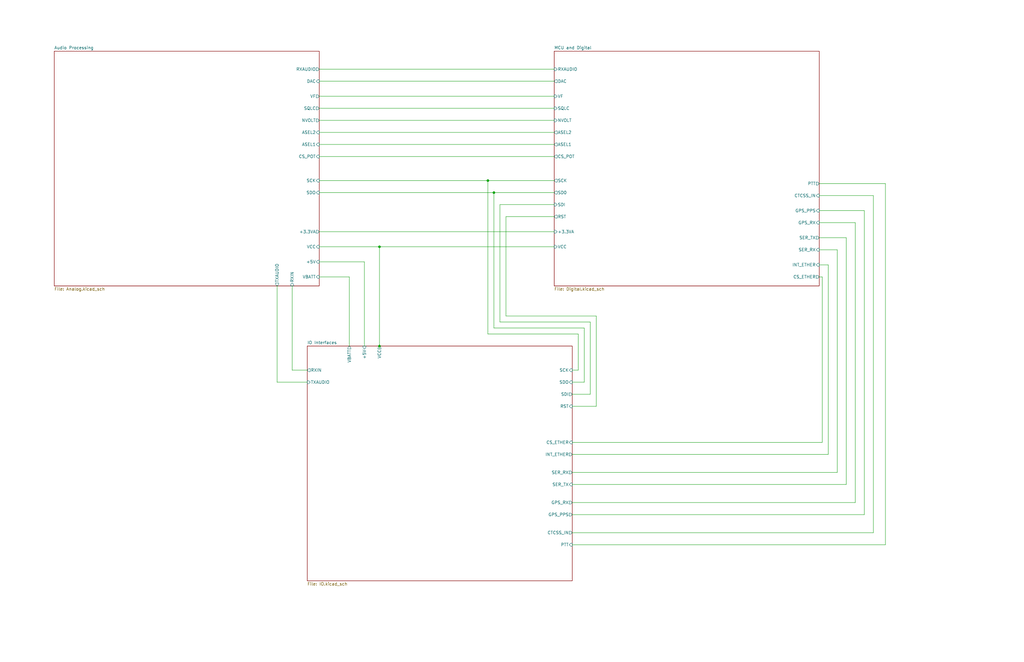
<source format=kicad_sch>
(kicad_sch (version 20211123) (generator eeschema)

  (uuid e7944adb-6a20-46f9-a882-d74bf61ee849)

  (paper "USLedger")

  (title_block
    (title "Original VOTER Through-hole Design")
    (date "2022-01-22")
    (rev "B")
    (company "FET Technologies")
    (comment 1 "Re-drawn from original Eagle files for WB6NIL's VOTER.")
    (comment 2 "Additional annotation added by VE7FET.")
    (comment 3 "Some symbols/components updated to 2022 variants.")
  )

  (lib_symbols
  )

  (junction (at 205.74 76.2) (diameter 0) (color 0 0 0 0)
    (uuid 0d2554c6-3c96-43c3-a33e-d419e73dd089)
  )
  (junction (at 160.02 146.05) (diameter 0) (color 0 0 0 0)
    (uuid 64ac587f-3bcd-4e03-8abb-c16a6a2f7887)
  )
  (junction (at 160.02 104.14) (diameter 0) (color 0 0 0 0)
    (uuid 87598137-7815-4bb0-8001-bee634707ee2)
  )
  (junction (at 208.28 81.28) (diameter 0) (color 0 0 0 0)
    (uuid d7c17a12-b94c-490e-a723-9338085b166f)
  )

  (wire (pts (xy 241.3 191.77) (xy 349.25 191.77))
    (stroke (width 0) (type default) (color 0 0 0 0))
    (uuid 0263ccdf-65bd-4835-9a45-7100ae80cf3b)
  )
  (wire (pts (xy 246.38 161.29) (xy 246.38 138.43))
    (stroke (width 0) (type default) (color 0 0 0 0))
    (uuid 08517072-9c55-456d-96d3-d3a2e2e3c90d)
  )
  (wire (pts (xy 360.68 93.98) (xy 345.44 93.98))
    (stroke (width 0) (type default) (color 0 0 0 0))
    (uuid 0a4ad0d2-acc4-4c37-bf66-18ed1ad0e33f)
  )
  (wire (pts (xy 123.19 120.65) (xy 123.19 156.21))
    (stroke (width 0) (type default) (color 0 0 0 0))
    (uuid 0ad44a3b-48cc-440f-a67f-0541436eadd5)
  )
  (wire (pts (xy 213.36 91.44) (xy 213.36 133.35))
    (stroke (width 0) (type default) (color 0 0 0 0))
    (uuid 12847707-6b7b-4c9b-9805-e8d803103410)
  )
  (wire (pts (xy 368.3 82.55) (xy 368.3 224.79))
    (stroke (width 0) (type default) (color 0 0 0 0))
    (uuid 128b5fe1-35d3-435a-8418-be0f48058583)
  )
  (wire (pts (xy 349.25 111.76) (xy 345.44 111.76))
    (stroke (width 0) (type default) (color 0 0 0 0))
    (uuid 129e761d-c30b-493f-b959-af1e6d64ec11)
  )
  (wire (pts (xy 153.67 110.49) (xy 153.67 146.05))
    (stroke (width 0) (type default) (color 0 0 0 0))
    (uuid 13b8b423-7562-4b5a-8a4a-0e46260a55fc)
  )
  (wire (pts (xy 345.44 116.84) (xy 346.71 116.84))
    (stroke (width 0) (type default) (color 0 0 0 0))
    (uuid 172626e2-d356-4856-a338-d92822cddf29)
  )
  (wire (pts (xy 160.02 104.14) (xy 160.02 146.05))
    (stroke (width 0) (type default) (color 0 0 0 0))
    (uuid 183a2120-62fa-47ee-93b7-212a8c26b6a6)
  )
  (wire (pts (xy 134.62 66.04) (xy 233.68 66.04))
    (stroke (width 0) (type default) (color 0 0 0 0))
    (uuid 232f42f1-7058-400a-9d4e-09b2a99f7e1d)
  )
  (wire (pts (xy 134.62 50.8) (xy 233.68 50.8))
    (stroke (width 0) (type default) (color 0 0 0 0))
    (uuid 239b435a-583f-47b3-b2cc-0c38c9192f62)
  )
  (wire (pts (xy 208.28 138.43) (xy 208.28 81.28))
    (stroke (width 0) (type default) (color 0 0 0 0))
    (uuid 2c3f1415-a0f2-471e-b11a-4ae54cc39c69)
  )
  (wire (pts (xy 134.62 116.84) (xy 147.32 116.84))
    (stroke (width 0) (type default) (color 0 0 0 0))
    (uuid 2eac9a19-8db7-494a-8870-c61e81f1c1c1)
  )
  (wire (pts (xy 345.44 100.33) (xy 356.87 100.33))
    (stroke (width 0) (type default) (color 0 0 0 0))
    (uuid 2fbe29e2-6de3-471e-82d5-04bf95935281)
  )
  (wire (pts (xy 134.62 45.72) (xy 233.68 45.72))
    (stroke (width 0) (type default) (color 0 0 0 0))
    (uuid 348a8c93-f9ca-47bc-bb66-47698fd2ff1b)
  )
  (wire (pts (xy 353.06 105.41) (xy 345.44 105.41))
    (stroke (width 0) (type default) (color 0 0 0 0))
    (uuid 39a17bc4-3e93-4bd7-b682-d5b5cb947782)
  )
  (wire (pts (xy 241.3 156.21) (xy 243.84 156.21))
    (stroke (width 0) (type default) (color 0 0 0 0))
    (uuid 3ae2df67-7a9e-4621-b3aa-b1890527d3a3)
  )
  (wire (pts (xy 134.62 81.28) (xy 208.28 81.28))
    (stroke (width 0) (type default) (color 0 0 0 0))
    (uuid 3ea9e1b9-f8c0-4e65-ac18-c4fd1a0b50eb)
  )
  (wire (pts (xy 364.49 217.17) (xy 241.3 217.17))
    (stroke (width 0) (type default) (color 0 0 0 0))
    (uuid 454bac11-e297-4730-810a-049875f94495)
  )
  (wire (pts (xy 346.71 116.84) (xy 346.71 186.69))
    (stroke (width 0) (type default) (color 0 0 0 0))
    (uuid 4efe9958-3d65-450e-9ba7-27cb7f9a663f)
  )
  (wire (pts (xy 368.3 224.79) (xy 241.3 224.79))
    (stroke (width 0) (type default) (color 0 0 0 0))
    (uuid 55293524-cbba-4144-b73c-c47fe0d51879)
  )
  (wire (pts (xy 160.02 146.05) (xy 160.02 147.32))
    (stroke (width 0) (type default) (color 0 0 0 0))
    (uuid 5e274e72-bd2a-4937-946e-78787d458be3)
  )
  (wire (pts (xy 241.3 166.37) (xy 248.92 166.37))
    (stroke (width 0) (type default) (color 0 0 0 0))
    (uuid 65cbacb4-62b6-41e9-ae7e-eb84182e4a8d)
  )
  (wire (pts (xy 248.92 166.37) (xy 248.92 135.89))
    (stroke (width 0) (type default) (color 0 0 0 0))
    (uuid 6b6d52e9-ac42-4566-ae72-5c6366eb47c8)
  )
  (wire (pts (xy 373.38 229.87) (xy 373.38 77.47))
    (stroke (width 0) (type default) (color 0 0 0 0))
    (uuid 6c97b18c-b652-4528-8004-b3a3552bcbed)
  )
  (wire (pts (xy 356.87 204.47) (xy 241.3 204.47))
    (stroke (width 0) (type default) (color 0 0 0 0))
    (uuid 6cc02420-c403-499b-9651-3f0ee16d404a)
  )
  (wire (pts (xy 205.74 140.97) (xy 205.74 76.2))
    (stroke (width 0) (type default) (color 0 0 0 0))
    (uuid 743342d6-caf1-4e63-ac9a-12b9ef6c38dc)
  )
  (wire (pts (xy 147.32 116.84) (xy 147.32 146.05))
    (stroke (width 0) (type default) (color 0 0 0 0))
    (uuid 75619f59-5a43-4343-bb32-098c509171f5)
  )
  (wire (pts (xy 205.74 76.2) (xy 233.68 76.2))
    (stroke (width 0) (type default) (color 0 0 0 0))
    (uuid 76842728-9224-404d-a2d0-4d15b22727d7)
  )
  (wire (pts (xy 349.25 191.77) (xy 349.25 111.76))
    (stroke (width 0) (type default) (color 0 0 0 0))
    (uuid 7d326b37-ab5e-44d1-b94f-8bb8a3082b83)
  )
  (wire (pts (xy 345.44 88.9) (xy 364.49 88.9))
    (stroke (width 0) (type default) (color 0 0 0 0))
    (uuid 7f5f7e46-3911-4c82-bbfd-d2743b79366b)
  )
  (wire (pts (xy 160.02 104.14) (xy 233.68 104.14))
    (stroke (width 0) (type default) (color 0 0 0 0))
    (uuid 87d9dadc-b407-4e33-9fcb-ebd7463ac298)
  )
  (wire (pts (xy 373.38 77.47) (xy 345.44 77.47))
    (stroke (width 0) (type default) (color 0 0 0 0))
    (uuid 8bebbccd-0ddf-42de-ab3c-719be1822de4)
  )
  (wire (pts (xy 129.54 156.21) (xy 123.19 156.21))
    (stroke (width 0) (type default) (color 0 0 0 0))
    (uuid 8ca7ac40-27b8-4270-af86-c5a1e73f987c)
  )
  (wire (pts (xy 241.3 161.29) (xy 246.38 161.29))
    (stroke (width 0) (type default) (color 0 0 0 0))
    (uuid 9069d60b-b1ab-4829-93b2-5a3a68e8658a)
  )
  (wire (pts (xy 345.44 82.55) (xy 368.3 82.55))
    (stroke (width 0) (type default) (color 0 0 0 0))
    (uuid 92094627-39dc-4532-b207-dec5d7a7eeff)
  )
  (wire (pts (xy 134.62 55.88) (xy 233.68 55.88))
    (stroke (width 0) (type default) (color 0 0 0 0))
    (uuid 96a5d26d-8ef8-4ebf-bb25-116a2e327144)
  )
  (wire (pts (xy 364.49 88.9) (xy 364.49 217.17))
    (stroke (width 0) (type default) (color 0 0 0 0))
    (uuid a154a455-559c-42cb-8a6a-f9d854eee6d4)
  )
  (wire (pts (xy 129.54 161.29) (xy 116.84 161.29))
    (stroke (width 0) (type default) (color 0 0 0 0))
    (uuid a9b25210-ea00-491a-b30f-9e79b15e1594)
  )
  (wire (pts (xy 346.71 186.69) (xy 241.3 186.69))
    (stroke (width 0) (type default) (color 0 0 0 0))
    (uuid ad1c678e-485c-4ab2-853d-083b07034a5e)
  )
  (wire (pts (xy 208.28 81.28) (xy 233.68 81.28))
    (stroke (width 0) (type default) (color 0 0 0 0))
    (uuid b261c78d-0990-439e-bcda-2c63554dde4d)
  )
  (wire (pts (xy 353.06 199.39) (xy 353.06 105.41))
    (stroke (width 0) (type default) (color 0 0 0 0))
    (uuid bb283cfe-fdb3-4e92-8c48-e80f846b2182)
  )
  (wire (pts (xy 356.87 100.33) (xy 356.87 204.47))
    (stroke (width 0) (type default) (color 0 0 0 0))
    (uuid c279d1ef-b18d-48df-b73e-104757a0fa18)
  )
  (wire (pts (xy 210.82 86.36) (xy 233.68 86.36))
    (stroke (width 0) (type default) (color 0 0 0 0))
    (uuid c30a6668-e195-4fad-adbf-b5e72fc38424)
  )
  (wire (pts (xy 134.62 110.49) (xy 153.67 110.49))
    (stroke (width 0) (type default) (color 0 0 0 0))
    (uuid c402f186-27b4-4d95-8fcb-55f18d598a7a)
  )
  (wire (pts (xy 134.62 29.21) (xy 233.68 29.21))
    (stroke (width 0) (type default) (color 0 0 0 0))
    (uuid c6d49213-b649-47f2-aaed-35c46164f70a)
  )
  (wire (pts (xy 134.62 40.64) (xy 233.68 40.64))
    (stroke (width 0) (type default) (color 0 0 0 0))
    (uuid c7898a56-13b3-40a9-b355-592af7cced81)
  )
  (wire (pts (xy 251.46 133.35) (xy 213.36 133.35))
    (stroke (width 0) (type default) (color 0 0 0 0))
    (uuid c7c34026-8348-44ad-84ba-ae16d2c1060a)
  )
  (wire (pts (xy 241.3 199.39) (xy 353.06 199.39))
    (stroke (width 0) (type default) (color 0 0 0 0))
    (uuid cf7b28ee-b304-4d98-a7d3-b9234279b9f3)
  )
  (wire (pts (xy 360.68 212.09) (xy 360.68 93.98))
    (stroke (width 0) (type default) (color 0 0 0 0))
    (uuid d22c3125-48c9-4e10-9f5e-6f4cebc8b7c4)
  )
  (wire (pts (xy 243.84 156.21) (xy 243.84 140.97))
    (stroke (width 0) (type default) (color 0 0 0 0))
    (uuid d3150394-3287-4bd0-b139-4045d2d426ca)
  )
  (wire (pts (xy 134.62 104.14) (xy 160.02 104.14))
    (stroke (width 0) (type default) (color 0 0 0 0))
    (uuid d431b9fa-851b-4241-973a-48ec0b49351c)
  )
  (wire (pts (xy 134.62 34.29) (xy 233.68 34.29))
    (stroke (width 0) (type default) (color 0 0 0 0))
    (uuid d656bdff-372f-4249-b085-2c1fb1b5886b)
  )
  (wire (pts (xy 251.46 171.45) (xy 251.46 133.35))
    (stroke (width 0) (type default) (color 0 0 0 0))
    (uuid d9357eb1-958a-4619-92ac-bb4d3246df34)
  )
  (wire (pts (xy 241.3 171.45) (xy 251.46 171.45))
    (stroke (width 0) (type default) (color 0 0 0 0))
    (uuid e5fcccb8-ba29-445c-9d5f-e983b1687100)
  )
  (wire (pts (xy 134.62 97.79) (xy 233.68 97.79))
    (stroke (width 0) (type default) (color 0 0 0 0))
    (uuid e6011c54-f74b-4dfd-bd5c-55e083d81e0f)
  )
  (wire (pts (xy 246.38 138.43) (xy 208.28 138.43))
    (stroke (width 0) (type default) (color 0 0 0 0))
    (uuid e6b43e34-bebf-4ff0-a9f1-d4f23e17d0bf)
  )
  (wire (pts (xy 116.84 161.29) (xy 116.84 120.65))
    (stroke (width 0) (type default) (color 0 0 0 0))
    (uuid efacdafc-a98a-460b-92c6-9fcd73d071a8)
  )
  (wire (pts (xy 241.3 229.87) (xy 373.38 229.87))
    (stroke (width 0) (type default) (color 0 0 0 0))
    (uuid f0a57d29-3dd7-4440-a33d-81aefd24a19b)
  )
  (wire (pts (xy 233.68 91.44) (xy 213.36 91.44))
    (stroke (width 0) (type default) (color 0 0 0 0))
    (uuid f193282c-9b1a-42c9-b524-d0bb99d78f7b)
  )
  (wire (pts (xy 210.82 135.89) (xy 210.82 86.36))
    (stroke (width 0) (type default) (color 0 0 0 0))
    (uuid f329cb13-9192-4a50-9c6c-3d8eb4024260)
  )
  (wire (pts (xy 134.62 76.2) (xy 205.74 76.2))
    (stroke (width 0) (type default) (color 0 0 0 0))
    (uuid f4f776cc-d0d9-45d8-85b9-0d3e69668466)
  )
  (wire (pts (xy 243.84 140.97) (xy 205.74 140.97))
    (stroke (width 0) (type default) (color 0 0 0 0))
    (uuid f59d82df-27d4-456b-b0e4-054fe35452b9)
  )
  (wire (pts (xy 248.92 135.89) (xy 210.82 135.89))
    (stroke (width 0) (type default) (color 0 0 0 0))
    (uuid f7ce2499-55a3-4aa0-a961-0f60ee95010d)
  )
  (wire (pts (xy 241.3 212.09) (xy 360.68 212.09))
    (stroke (width 0) (type default) (color 0 0 0 0))
    (uuid fa0bbf59-28e6-4d6d-83ec-336c27df2c8b)
  )
  (wire (pts (xy 134.62 60.96) (xy 233.68 60.96))
    (stroke (width 0) (type default) (color 0 0 0 0))
    (uuid fc36a8a4-eba8-4f1c-a13d-f9bdd449f871)
  )

  (sheet (at 22.86 21.59) (size 111.76 99.06) (fields_autoplaced)
    (stroke (width 0) (type solid) (color 0 0 0 0))
    (fill (color 0 0 0 0.0000))
    (uuid 00000000-0000-0000-0000-000061c55357)
    (property "Sheet name" "Audio Processing" (id 0) (at 22.86 20.8784 0)
      (effects (font (size 1.27 1.27)) (justify left bottom))
    )
    (property "Sheet file" "Analog.kicad_sch" (id 1) (at 22.86 121.2346 0)
      (effects (font (size 1.27 1.27)) (justify left top))
    )
    (pin "RXIN" input (at 123.19 120.65 270)
      (effects (font (size 1.27 1.27)) (justify left))
      (uuid 8ff7907b-cc7c-40a6-880c-3283ea22269a)
    )
    (pin "NVOLT" output (at 134.62 50.8 0)
      (effects (font (size 1.27 1.27)) (justify right))
      (uuid 4639d1bb-49ea-4e9d-b365-3dd9d4ecf932)
    )
    (pin "SQLC" output (at 134.62 45.72 0)
      (effects (font (size 1.27 1.27)) (justify right))
      (uuid b5d4c2a9-513a-4b02-8fe0-a6fb67e94f7f)
    )
    (pin "VF" output (at 134.62 40.64 0)
      (effects (font (size 1.27 1.27)) (justify right))
      (uuid 5706f422-7278-4e8a-b051-6dc484da1ca0)
    )
    (pin "CS_POT" input (at 134.62 66.04 0)
      (effects (font (size 1.27 1.27)) (justify right))
      (uuid 2fc0c6e4-2fa2-47d3-871f-78b64c7fab57)
    )
    (pin "RXAUDIO" output (at 134.62 29.21 0)
      (effects (font (size 1.27 1.27)) (justify right))
      (uuid 1de744e6-1756-4ce7-97f6-64b89edf112c)
    )
    (pin "ASEL1" input (at 134.62 60.96 0)
      (effects (font (size 1.27 1.27)) (justify right))
      (uuid 304c79ed-20fd-4b53-8eac-bf01ac5b2cd9)
    )
    (pin "ASEL2" input (at 134.62 55.88 0)
      (effects (font (size 1.27 1.27)) (justify right))
      (uuid 72f1dd79-c842-472a-9a36-86d2e3f5ae3e)
    )
    (pin "SCK" input (at 134.62 76.2 0)
      (effects (font (size 1.27 1.27)) (justify right))
      (uuid 0228d209-e299-4d82-8a97-c7598a4d2de8)
    )
    (pin "SDO" input (at 134.62 81.28 0)
      (effects (font (size 1.27 1.27)) (justify right))
      (uuid 76d46b5e-a7da-4cbf-92f4-6fb8218768bd)
    )
    (pin "DAC" input (at 134.62 34.29 0)
      (effects (font (size 1.27 1.27)) (justify right))
      (uuid 0b2ce600-1599-4dce-bb9b-35c59b8a330d)
    )
    (pin "TXAUDIO" output (at 116.84 120.65 270)
      (effects (font (size 1.27 1.27)) (justify left))
      (uuid e1c6f992-5d51-4064-a145-7981e8027878)
    )
    (pin "VBATT" input (at 134.62 116.84 0)
      (effects (font (size 1.27 1.27)) (justify right))
      (uuid 3e4a5c77-1384-43c0-97e8-f687b24860f7)
    )
    (pin "+5V" input (at 134.62 110.49 0)
      (effects (font (size 1.27 1.27)) (justify right))
      (uuid 566d6b08-6a07-4257-84b9-c048a85e91b0)
    )
    (pin "VCC" input (at 134.62 104.14 0)
      (effects (font (size 1.27 1.27)) (justify right))
      (uuid eef41eda-95df-41eb-8281-787dc68d8c4d)
    )
    (pin "+3.3VA" output (at 134.62 97.79 0)
      (effects (font (size 1.27 1.27)) (justify right))
      (uuid 4340c081-f668-4311-baf8-59714fcd3fb3)
    )
  )

  (sheet (at 233.68 21.59) (size 111.76 99.06) (fields_autoplaced)
    (stroke (width 0) (type solid) (color 0 0 0 0))
    (fill (color 0 0 0 0.0000))
    (uuid 00000000-0000-0000-0000-000061c553dc)
    (property "Sheet name" "MCU and Digital" (id 0) (at 233.68 20.8784 0)
      (effects (font (size 1.27 1.27)) (justify left bottom))
    )
    (property "Sheet file" "Digital.kicad_sch" (id 1) (at 233.68 121.2346 0)
      (effects (font (size 1.27 1.27)) (justify left top))
    )
    (pin "ASEL2" output (at 233.68 55.88 180)
      (effects (font (size 1.27 1.27)) (justify left))
      (uuid 5fafac56-74e6-4252-b5d8-bd6fde599b90)
    )
    (pin "ASEL1" output (at 233.68 60.96 180)
      (effects (font (size 1.27 1.27)) (justify left))
      (uuid 19890ab1-5ead-4800-9c10-f83099f94c1f)
    )
    (pin "RXAUDIO" input (at 233.68 29.21 180)
      (effects (font (size 1.27 1.27)) (justify left))
      (uuid d964fe63-e92a-4d3d-a690-b7b381ecd640)
    )
    (pin "CS_POT" output (at 233.68 66.04 180)
      (effects (font (size 1.27 1.27)) (justify left))
      (uuid 9e397423-34cd-4c8e-a791-736a9e7bc49e)
    )
    (pin "VF" input (at 233.68 40.64 180)
      (effects (font (size 1.27 1.27)) (justify left))
      (uuid 5d20a811-3bef-482d-837a-8742b9a0b626)
    )
    (pin "SQLC" input (at 233.68 45.72 180)
      (effects (font (size 1.27 1.27)) (justify left))
      (uuid c5ffbdde-74e4-4a4f-9736-9f81e1b3e4a4)
    )
    (pin "NVOLT" input (at 233.68 50.8 180)
      (effects (font (size 1.27 1.27)) (justify left))
      (uuid 077b253b-f1f8-4ed5-ae76-f21c7a03f585)
    )
    (pin "SCK" output (at 233.68 76.2 180)
      (effects (font (size 1.27 1.27)) (justify left))
      (uuid 8901fefa-9616-4680-ab64-72d5d4993e02)
    )
    (pin "DAC" output (at 233.68 34.29 180)
      (effects (font (size 1.27 1.27)) (justify left))
      (uuid 51394ff4-ddef-4cd4-847d-e672eb801b9f)
    )
    (pin "SER_TX" output (at 345.44 100.33 0)
      (effects (font (size 1.27 1.27)) (justify right))
      (uuid c567c9da-93be-41ad-aa3e-8c52663b2778)
    )
    (pin "SER_RX" input (at 345.44 105.41 0)
      (effects (font (size 1.27 1.27)) (justify right))
      (uuid 0643b6e2-486c-4044-942f-3d7bd30fbf35)
    )
    (pin "INT_ETHER" input (at 345.44 111.76 0)
      (effects (font (size 1.27 1.27)) (justify right))
      (uuid 994a1913-9d63-434a-9852-92127f3b6b18)
    )
    (pin "GPS_PPS" input (at 345.44 88.9 0)
      (effects (font (size 1.27 1.27)) (justify right))
      (uuid 2cc3b8e1-b0c8-4be8-83cf-a809c9b563eb)
    )
    (pin "GPS_RX" input (at 345.44 93.98 0)
      (effects (font (size 1.27 1.27)) (justify right))
      (uuid 7008b598-81b0-48d4-bf7e-761a5556dc54)
    )
    (pin "PTT" output (at 345.44 77.47 0)
      (effects (font (size 1.27 1.27)) (justify right))
      (uuid fe3dee9d-4499-42ca-b0cb-4815ae21fb8e)
    )
    (pin "CTCSS_IN" input (at 345.44 82.55 0)
      (effects (font (size 1.27 1.27)) (justify right))
      (uuid 9cbdd3ba-ae69-41bd-8a23-0591d1fa7279)
    )
    (pin "SD0" output (at 233.68 81.28 180)
      (effects (font (size 1.27 1.27)) (justify left))
      (uuid b0c078cf-ff76-4487-81c3-61c88b3759a3)
    )
    (pin "SDI" input (at 233.68 86.36 180)
      (effects (font (size 1.27 1.27)) (justify left))
      (uuid 7a26ae0b-38cf-45e3-989f-8c712a182624)
    )
    (pin "CS_ETHER" output (at 345.44 116.84 0)
      (effects (font (size 1.27 1.27)) (justify right))
      (uuid cef81386-0e12-4fda-aca9-10b315220892)
    )
    (pin "RST" output (at 233.68 91.44 180)
      (effects (font (size 1.27 1.27)) (justify left))
      (uuid c6891613-b7ed-4616-b0f8-c0a3f424e6fc)
    )
    (pin "+3.3VA" input (at 233.68 97.79 180)
      (effects (font (size 1.27 1.27)) (justify left))
      (uuid bf756a68-e88f-4bed-91ad-c538e1c6469e)
    )
    (pin "VCC" input (at 233.68 104.14 180)
      (effects (font (size 1.27 1.27)) (justify left))
      (uuid d19b3fbd-9f45-4e68-9fc1-f307eb9198f7)
    )
  )

  (sheet (at 129.54 146.05) (size 111.76 99.06) (fields_autoplaced)
    (stroke (width 0) (type solid) (color 0 0 0 0))
    (fill (color 0 0 0 0.0000))
    (uuid 00000000-0000-0000-0000-000063f32847)
    (property "Sheet name" "IO Interfaces" (id 0) (at 129.54 145.3384 0)
      (effects (font (size 1.27 1.27)) (justify left bottom))
    )
    (property "Sheet file" "IO.kicad_sch" (id 1) (at 129.54 245.6946 0)
      (effects (font (size 1.27 1.27)) (justify left top))
    )
    (pin "SER_RX" output (at 241.3 199.39 0)
      (effects (font (size 1.27 1.27)) (justify right))
      (uuid 07d4aacf-bd27-4ece-b1fd-0146e296e26c)
    )
    (pin "SER_TX" input (at 241.3 204.47 0)
      (effects (font (size 1.27 1.27)) (justify right))
      (uuid 4f2445c1-53ab-4d64-a9ab-1f7b58608062)
    )
    (pin "RST" input (at 241.3 171.45 0)
      (effects (font (size 1.27 1.27)) (justify right))
      (uuid ebea240b-6cc8-4dc3-98df-fa2ba4fca81a)
    )
    (pin "CS_ETHER" input (at 241.3 186.69 0)
      (effects (font (size 1.27 1.27)) (justify right))
      (uuid be9a1d0a-dfe3-4da9-a7b5-5cb661a7f1ce)
    )
    (pin "SCK" input (at 241.3 156.21 0)
      (effects (font (size 1.27 1.27)) (justify right))
      (uuid c47e431d-5604-485b-a250-e3286c973457)
    )
    (pin "SDI" output (at 241.3 166.37 0)
      (effects (font (size 1.27 1.27)) (justify right))
      (uuid cde0a139-2423-4d7a-96d0-a22c682dd6da)
    )
    (pin "SDO" input (at 241.3 161.29 0)
      (effects (font (size 1.27 1.27)) (justify right))
      (uuid 48a4e068-84d2-4c9d-b853-4ddfa021b290)
    )
    (pin "INT_ETHER" output (at 241.3 191.77 0)
      (effects (font (size 1.27 1.27)) (justify right))
      (uuid 70889adc-bd89-45be-bec2-fcc09985411f)
    )
    (pin "PTT" input (at 241.3 229.87 0)
      (effects (font (size 1.27 1.27)) (justify right))
      (uuid ebbcae5a-64ae-4a66-84c2-80ad6e7d3669)
    )
    (pin "TXAUDIO" input (at 129.54 161.29 180)
      (effects (font (size 1.27 1.27)) (justify left))
      (uuid b40906be-9b57-4e7e-aa40-5ee1ccbb0850)
    )
    (pin "RXIN" output (at 129.54 156.21 180)
      (effects (font (size 1.27 1.27)) (justify left))
      (uuid 6f6804c7-679f-46b0-b233-15df02db6443)
    )
    (pin "CTCSS_IN" output (at 241.3 224.79 0)
      (effects (font (size 1.27 1.27)) (justify right))
      (uuid ae710b1e-f57e-45d6-b5e2-a4509269d2a0)
    )
    (pin "VBATT" output (at 147.32 146.05 90)
      (effects (font (size 1.27 1.27)) (justify right))
      (uuid 98883cbf-036c-4afd-ab2c-900521c5f96c)
    )
    (pin "GPS_RX" output (at 241.3 212.09 0)
      (effects (font (size 1.27 1.27)) (justify right))
      (uuid 508e5f15-8e0c-4a64-8a81-56306322c0a9)
    )
    (pin "GPS_PPS" output (at 241.3 217.17 0)
      (effects (font (size 1.27 1.27)) (justify right))
      (uuid 7cb7fc94-c885-407a-9d9d-715ee3805bda)
    )
    (pin "+5V" input (at 153.67 146.05 90)
      (effects (font (size 1.27 1.27)) (justify right))
      (uuid a1bd2e6a-63d6-4593-bbc2-dd89618131a9)
    )
    (pin "VCC" output (at 160.02 146.05 90)
      (effects (font (size 1.27 1.27)) (justify right))
      (uuid 9dd8f96d-b587-40b4-a83a-05189244d782)
    )
  )

  (sheet_instances
    (path "/" (page "1"))
    (path "/00000000-0000-0000-0000-000061c55357" (page "2"))
    (path "/00000000-0000-0000-0000-000063f32847" (page "3"))
    (path "/00000000-0000-0000-0000-000061c553dc" (page "4"))
  )

  (symbol_instances
    (path "/00000000-0000-0000-0000-000063f32847/00000000-0000-0000-0000-0000659bbf25"
      (reference "#FLG0102") (unit 1) (value "PWR_FLAG") (footprint "")
    )
    (path "/00000000-0000-0000-0000-000061c55357/00000000-0000-0000-0000-0000659e3aa8"
      (reference "#FLG0103") (unit 1) (value "PWR_FLAG") (footprint "")
    )
    (path "/00000000-0000-0000-0000-000061c55357/00000000-0000-0000-0000-000065a0a5a1"
      (reference "#FLG0104") (unit 1) (value "PWR_FLAG") (footprint "")
    )
    (path "/00000000-0000-0000-0000-000063f32847/8ea4b53c-0ba1-4312-95ac-6c8cfc647d1d"
      (reference "#PWR0101") (unit 1) (value "GND") (footprint "")
    )
    (path "/00000000-0000-0000-0000-000063f32847/1be43fca-354d-4f5b-a687-357f00534d8a"
      (reference "#PWR0102") (unit 1) (value "VCC") (footprint "")
    )
    (path "/00000000-0000-0000-0000-000061c55357/00000000-0000-0000-0000-000061c68a22"
      (reference "#PWR0103") (unit 1) (value "GND") (footprint "")
    )
    (path "/00000000-0000-0000-0000-000061c55357/00000000-0000-0000-0000-000061c69cd1"
      (reference "#PWR0104") (unit 1) (value "VCC") (footprint "")
    )
    (path "/00000000-0000-0000-0000-000061c55357/00000000-0000-0000-0000-000061c6ed04"
      (reference "#PWR0105") (unit 1) (value "GND") (footprint "")
    )
    (path "/00000000-0000-0000-0000-000061c55357/00000000-0000-0000-0000-000061c7a92e"
      (reference "#PWR0107") (unit 1) (value "VAA") (footprint "")
    )
    (path "/00000000-0000-0000-0000-000061c55357/00000000-0000-0000-0000-000061c95f64"
      (reference "#PWR0108") (unit 1) (value "GND") (footprint "")
    )
    (path "/00000000-0000-0000-0000-000061c55357/00000000-0000-0000-0000-000061c9bcff"
      (reference "#PWR0109") (unit 1) (value "+3.3VA") (footprint "")
    )
    (path "/00000000-0000-0000-0000-000061c55357/00000000-0000-0000-0000-000061cabfc2"
      (reference "#PWR0110") (unit 1) (value "+3.3VA") (footprint "")
    )
    (path "/00000000-0000-0000-0000-000061c55357/00000000-0000-0000-0000-000061cf4af5"
      (reference "#PWR0111") (unit 1) (value "GND") (footprint "")
    )
    (path "/00000000-0000-0000-0000-000061c55357/00000000-0000-0000-0000-000061d23cd3"
      (reference "#PWR0112") (unit 1) (value "VAA") (footprint "")
    )
    (path "/00000000-0000-0000-0000-000061c55357/00000000-0000-0000-0000-000061dcb1ad"
      (reference "#PWR0113") (unit 1) (value "VAA") (footprint "")
    )
    (path "/00000000-0000-0000-0000-000061c55357/00000000-0000-0000-0000-000061de6a14"
      (reference "#PWR0114") (unit 1) (value "VAA") (footprint "")
    )
    (path "/00000000-0000-0000-0000-000061c55357/00000000-0000-0000-0000-000061e4d150"
      (reference "#PWR0115") (unit 1) (value "GND") (footprint "")
    )
    (path "/00000000-0000-0000-0000-000061c55357/00000000-0000-0000-0000-000061f381f7"
      (reference "#PWR0117") (unit 1) (value "+3.3VA") (footprint "")
    )
    (path "/00000000-0000-0000-0000-000061c55357/00000000-0000-0000-0000-000061f893e9"
      (reference "#PWR0118") (unit 1) (value "GND") (footprint "")
    )
    (path "/00000000-0000-0000-0000-000061c55357/00000000-0000-0000-0000-000061fb97e4"
      (reference "#PWR0119") (unit 1) (value "VAA") (footprint "")
    )
    (path "/00000000-0000-0000-0000-000061c55357/00000000-0000-0000-0000-0000620da10c"
      (reference "#PWR0120") (unit 1) (value "VAA") (footprint "")
    )
    (path "/00000000-0000-0000-0000-000061c55357/00000000-0000-0000-0000-0000620f962d"
      (reference "#PWR0121") (unit 1) (value "GND") (footprint "")
    )
    (path "/00000000-0000-0000-0000-000061c55357/00000000-0000-0000-0000-0000626ffcb8"
      (reference "#PWR0122") (unit 1) (value "VAA") (footprint "")
    )
    (path "/00000000-0000-0000-0000-000061c55357/00000000-0000-0000-0000-00006271d630"
      (reference "#PWR0123") (unit 1) (value "VAA") (footprint "")
    )
    (path "/00000000-0000-0000-0000-000061c55357/00000000-0000-0000-0000-000062834bd2"
      (reference "#PWR0126") (unit 1) (value "GND") (footprint "")
    )
    (path "/00000000-0000-0000-0000-000061c55357/00000000-0000-0000-0000-0000628434b5"
      (reference "#PWR0127") (unit 1) (value "GND") (footprint "")
    )
    (path "/00000000-0000-0000-0000-000061c55357/00000000-0000-0000-0000-0000628d309c"
      (reference "#PWR0128") (unit 1) (value "GND") (footprint "")
    )
    (path "/00000000-0000-0000-0000-000061c55357/00000000-0000-0000-0000-00006291c3fa"
      (reference "#PWR0129") (unit 1) (value "+3.3VA") (footprint "")
    )
    (path "/00000000-0000-0000-0000-000061c55357/00000000-0000-0000-0000-000062b55e6e"
      (reference "#PWR0130") (unit 1) (value "GND") (footprint "")
    )
    (path "/00000000-0000-0000-0000-000061c55357/00000000-0000-0000-0000-000062c6dacc"
      (reference "#PWR0132") (unit 1) (value "GND") (footprint "")
    )
    (path "/00000000-0000-0000-0000-000061c55357/00000000-0000-0000-0000-00006311a484"
      (reference "#PWR0133") (unit 1) (value "VAA") (footprint "")
    )
    (path "/00000000-0000-0000-0000-000061c553dc/00000000-0000-0000-0000-000063f047c8"
      (reference "#PWR0135") (unit 1) (value "GND") (footprint "")
    )
    (path "/00000000-0000-0000-0000-000061c553dc/00000000-0000-0000-0000-000063f0be73"
      (reference "#PWR0136") (unit 1) (value "VCC") (footprint "")
    )
    (path "/00000000-0000-0000-0000-000061c553dc/00000000-0000-0000-0000-000063f1537a"
      (reference "#PWR0137") (unit 1) (value "VCC") (footprint "")
    )
    (path "/00000000-0000-0000-0000-000061c55357/00000000-0000-0000-0000-000063ab302b"
      (reference "#PWR0138") (unit 1) (value "GND") (footprint "")
    )
    (path "/00000000-0000-0000-0000-000061c55357/00000000-0000-0000-0000-000063b0d33e"
      (reference "#PWR0139") (unit 1) (value "GND") (footprint "")
    )
    (path "/00000000-0000-0000-0000-000061c55357/00000000-0000-0000-0000-000063cc6b9d"
      (reference "#PWR0140") (unit 1) (value "GND") (footprint "")
    )
    (path "/00000000-0000-0000-0000-000063f32847/00000000-0000-0000-0000-000063f3d285"
      (reference "#PWR0141") (unit 1) (value "GND") (footprint "")
    )
    (path "/00000000-0000-0000-0000-000063f32847/00000000-0000-0000-0000-000063f4c055"
      (reference "#PWR0142") (unit 1) (value "VCC") (footprint "")
    )
    (path "/00000000-0000-0000-0000-000063f32847/00000000-0000-0000-0000-000063f6d66a"
      (reference "#PWR0143") (unit 1) (value "GND") (footprint "")
    )
    (path "/00000000-0000-0000-0000-000063f32847/00000000-0000-0000-0000-000063f8b44e"
      (reference "#PWR0144") (unit 1) (value "GND") (footprint "")
    )
    (path "/00000000-0000-0000-0000-000063f32847/00000000-0000-0000-0000-000063fbdeb8"
      (reference "#PWR0146") (unit 1) (value "VCC") (footprint "")
    )
    (path "/00000000-0000-0000-0000-000063f32847/00000000-0000-0000-0000-00006413d53f"
      (reference "#PWR0147") (unit 1) (value "GND") (footprint "")
    )
    (path "/00000000-0000-0000-0000-000061c553dc/00000000-0000-0000-0000-000064f8a65d"
      (reference "#PWR0148") (unit 1) (value "VCC") (footprint "")
    )
    (path "/00000000-0000-0000-0000-000061c553dc/00000000-0000-0000-0000-000064f955b6"
      (reference "#PWR0149") (unit 1) (value "GND") (footprint "")
    )
    (path "/00000000-0000-0000-0000-000061c553dc/00000000-0000-0000-0000-000064fb6014"
      (reference "#PWR0150") (unit 1) (value "GND") (footprint "")
    )
    (path "/00000000-0000-0000-0000-000063f32847/00000000-0000-0000-0000-0000644b77c5"
      (reference "#PWR0151") (unit 1) (value "GND") (footprint "")
    )
    (path "/00000000-0000-0000-0000-000063f32847/00000000-0000-0000-0000-0000644b8281"
      (reference "#PWR0152") (unit 1) (value "GND") (footprint "")
    )
    (path "/00000000-0000-0000-0000-000063f32847/00000000-0000-0000-0000-0000645a6f30"
      (reference "#PWR0153") (unit 1) (value "VCC") (footprint "")
    )
    (path "/00000000-0000-0000-0000-000063f32847/00000000-0000-0000-0000-0000645be785"
      (reference "#PWR0154") (unit 1) (value "GND") (footprint "")
    )
    (path "/00000000-0000-0000-0000-000063f32847/00000000-0000-0000-0000-00006498c4d1"
      (reference "#PWR0155") (unit 1) (value "GND") (footprint "")
    )
    (path "/00000000-0000-0000-0000-000063f32847/00000000-0000-0000-0000-000064e9a77d"
      (reference "#PWR0156") (unit 1) (value "+5V") (footprint "")
    )
    (path "/00000000-0000-0000-0000-000061c553dc/00000000-0000-0000-0000-0000656c4780"
      (reference "#PWR0159") (unit 1) (value "+3.3VA") (footprint "")
    )
    (path "/00000000-0000-0000-0000-000061c553dc/00000000-0000-0000-0000-0000656f7be1"
      (reference "#PWR0160") (unit 1) (value "VCC") (footprint "")
    )
    (path "/00000000-0000-0000-0000-000061c553dc/00000000-0000-0000-0000-000065796ef7"
      (reference "#PWR0161") (unit 1) (value "GND") (footprint "")
    )
    (path "/00000000-0000-0000-0000-000061c553dc/00000000-0000-0000-0000-0000657c7a5a"
      (reference "#PWR0162") (unit 1) (value "VCC") (footprint "")
    )
    (path "/00000000-0000-0000-0000-000061c553dc/00000000-0000-0000-0000-00006586d336"
      (reference "#PWR0163") (unit 1) (value "GND") (footprint "")
    )
    (path "/00000000-0000-0000-0000-000061c55357/00000000-0000-0000-0000-000061d134c0"
      (reference "C1") (unit 1) (value "47pF") (footprint "")
    )
    (path "/00000000-0000-0000-0000-000061c55357/00000000-0000-0000-0000-000061de66f0"
      (reference "C2") (unit 1) (value "1nF") (footprint "")
    )
    (path "/00000000-0000-0000-0000-000061c55357/00000000-0000-0000-0000-000061de69fa"
      (reference "C3") (unit 1) (value "1nF") (footprint "")
    )
    (path "/00000000-0000-0000-0000-000061c55357/00000000-0000-0000-0000-000061d84131"
      (reference "C4") (unit 1) (value "1nF") (footprint "")
    )
    (path "/00000000-0000-0000-0000-000061c55357/00000000-0000-0000-0000-000061d88fdb"
      (reference "C5") (unit 1) (value "1nF") (footprint "")
    )
    (path "/00000000-0000-0000-0000-000061c55357/00000000-0000-0000-0000-000061d08507"
      (reference "C6") (unit 1) (value "330pF") (footprint "")
    )
    (path "/00000000-0000-0000-0000-000061c55357/00000000-0000-0000-0000-000061e3e091"
      (reference "C7") (unit 1) (value "0.1uF") (footprint "")
    )
    (path "/00000000-0000-0000-0000-000061c55357/00000000-0000-0000-0000-000061e63463"
      (reference "C8") (unit 1) (value "0.1uF") (footprint "")
    )
    (path "/00000000-0000-0000-0000-000061c55357/00000000-0000-0000-0000-000061f413b8"
      (reference "C9") (unit 1) (value "0.1uF") (footprint "")
    )
    (path "/00000000-0000-0000-0000-000061c55357/00000000-0000-0000-0000-000061cc8981"
      (reference "C10") (unit 1) (value "0.1uF") (footprint "")
    )
    (path "/00000000-0000-0000-0000-000061c55357/00000000-0000-0000-0000-000061c6bd6f"
      (reference "C11") (unit 1) (value "0.1uF") (footprint "")
    )
    (path "/00000000-0000-0000-0000-000061c55357/00000000-0000-0000-0000-000061c6bfae"
      (reference "C12") (unit 1) (value "0.1uF") (footprint "")
    )
    (path "/00000000-0000-0000-0000-000061c55357/00000000-0000-0000-0000-000061c6c536"
      (reference "C13") (unit 1) (value "22uF") (footprint "")
    )
    (path "/00000000-0000-0000-0000-000061c55357/00000000-0000-0000-0000-000061c897b1"
      (reference "C14") (unit 1) (value "0.1uF") (footprint "")
    )
    (path "/00000000-0000-0000-0000-000061c55357/00000000-0000-0000-0000-000061c6d2e4"
      (reference "C15") (unit 1) (value "0.1uF") (footprint "")
    )
    (path "/00000000-0000-0000-0000-000061c55357/00000000-0000-0000-0000-000061c6da33"
      (reference "C16") (unit 1) (value "22uF") (footprint "")
    )
    (path "/00000000-0000-0000-0000-000061c55357/00000000-0000-0000-0000-00006271d5f6"
      (reference "C17") (unit 1) (value "68nF") (footprint "")
    )
    (path "/00000000-0000-0000-0000-000061c55357/00000000-0000-0000-0000-00006271d600"
      (reference "C18") (unit 1) (value "68nF") (footprint "")
    )
    (path "/00000000-0000-0000-0000-000061c55357/00000000-0000-0000-0000-00006267468e"
      (reference "C19") (unit 1) (value "68nF") (footprint "")
    )
    (path "/00000000-0000-0000-0000-000061c55357/00000000-0000-0000-0000-0000626749fc"
      (reference "C20") (unit 1) (value "68nF") (footprint "")
    )
    (path "/00000000-0000-0000-0000-000061c55357/00000000-0000-0000-0000-000062013b8c"
      (reference "C21") (unit 1) (value "68nF") (footprint "")
    )
    (path "/00000000-0000-0000-0000-000061c55357/00000000-0000-0000-0000-00006201444a"
      (reference "C22") (unit 1) (value "68nF") (footprint "")
    )
    (path "/00000000-0000-0000-0000-000061c55357/00000000-0000-0000-0000-00006275e706"
      (reference "C23") (unit 1) (value "0.1uF") (footprint "")
    )
    (path "/00000000-0000-0000-0000-000061c55357/00000000-0000-0000-0000-0000620b2008"
      (reference "C24") (unit 1) (value "0.1uF") (footprint "")
    )
    (path "/00000000-0000-0000-0000-000061c55357/00000000-0000-0000-0000-000062e1fa21"
      (reference "C25") (unit 1) (value "15nF") (footprint "")
    )
    (path "/00000000-0000-0000-0000-000061c55357/00000000-0000-0000-0000-0000629d2bc7"
      (reference "C26") (unit 1) (value "6.8nF") (footprint "")
    )
    (path "/00000000-0000-0000-0000-000061c55357/00000000-0000-0000-0000-000062bf9a3d"
      (reference "C27") (unit 1) (value "0.1uF") (footprint "")
    )
    (path "/00000000-0000-0000-0000-000061c55357/00000000-0000-0000-0000-000062c6c869"
      (reference "C28") (unit 1) (value "1nF") (footprint "")
    )
    (path "/00000000-0000-0000-0000-000061c55357/00000000-0000-0000-0000-000061fc98f2"
      (reference "C29") (unit 1) (value "22pF") (footprint "")
    )
    (path "/00000000-0000-0000-0000-000061c55357/00000000-0000-0000-0000-000061f95e33"
      (reference "C30") (unit 1) (value "0.1uF") (footprint "")
    )
    (path "/00000000-0000-0000-0000-000061c55357/00000000-0000-0000-0000-0000631c43b8"
      (reference "C31") (unit 1) (value "4.7nF") (footprint "")
    )
    (path "/00000000-0000-0000-0000-000061c553dc/00000000-0000-0000-0000-0000656cef5d"
      (reference "C32") (unit 1) (value "0.1uF") (footprint "")
    )
    (path "/00000000-0000-0000-0000-000061c553dc/00000000-0000-0000-0000-0000657642e5"
      (reference "C33") (unit 1) (value "0.1uF") (footprint "")
    )
    (path "/00000000-0000-0000-0000-000061c553dc/00000000-0000-0000-0000-0000657c6d51"
      (reference "C34") (unit 1) (value "0.1uF") (footprint "")
    )
    (path "/00000000-0000-0000-0000-000061c553dc/00000000-0000-0000-0000-000065722e1a"
      (reference "C35") (unit 1) (value "0.1uF") (footprint "")
    )
    (path "/00000000-0000-0000-0000-000061c553dc/00000000-0000-0000-0000-00006577b124"
      (reference "C36") (unit 1) (value "10uF") (footprint "")
    )
    (path "/00000000-0000-0000-0000-000061c553dc/00000000-0000-0000-0000-000063efdbc0"
      (reference "C37") (unit 1) (value "18pF") (footprint "")
    )
    (path "/00000000-0000-0000-0000-000061c553dc/00000000-0000-0000-0000-000063f1d0dc"
      (reference "C38") (unit 1) (value "0.1uF") (footprint "")
    )
    (path "/00000000-0000-0000-0000-000061c553dc/00000000-0000-0000-0000-000063efe83d"
      (reference "C39") (unit 1) (value "18pF") (footprint "")
    )
    (path "/00000000-0000-0000-0000-000061c553dc/00000000-0000-0000-0000-0000658445db"
      (reference "C40") (unit 1) (value "0.22uF") (footprint "")
    )
    (path "/00000000-0000-0000-0000-000061c553dc/00000000-0000-0000-0000-000064fb28b6"
      (reference "C41") (unit 1) (value "0.1uF") (footprint "")
    )
    (path "/00000000-0000-0000-0000-000061c553dc/00000000-0000-0000-0000-000064f8126e"
      (reference "C42") (unit 1) (value "0.1uF") (footprint "")
    )
    (path "/00000000-0000-0000-0000-000063f32847/00000000-0000-0000-0000-00006411b7f3"
      (reference "C43") (unit 1) (value "0.1uF") (footprint "")
    )
    (path "/00000000-0000-0000-0000-000063f32847/00000000-0000-0000-0000-00006411bcde"
      (reference "C44") (unit 1) (value "0.1uF") (footprint "")
    )
    (path "/00000000-0000-0000-0000-000063f32847/00000000-0000-0000-0000-00006411c222"
      (reference "C45") (unit 1) (value "0.1uF") (footprint "")
    )
    (path "/00000000-0000-0000-0000-000063f32847/00000000-0000-0000-0000-00006411c7d9"
      (reference "C46") (unit 1) (value "0.1uF") (footprint "")
    )
    (path "/00000000-0000-0000-0000-000063f32847/00000000-0000-0000-0000-00006411cec0"
      (reference "C47") (unit 1) (value "0.1uF") (footprint "")
    )
    (path "/00000000-0000-0000-0000-000063f32847/00000000-0000-0000-0000-000063fc7127"
      (reference "C48") (unit 1) (value "0.1uF") (footprint "")
    )
    (path "/00000000-0000-0000-0000-000063f32847/00000000-0000-0000-0000-00006401d2df"
      (reference "C49") (unit 1) (value "0.1uF") (footprint "")
    )
    (path "/00000000-0000-0000-0000-000063f32847/00000000-0000-0000-0000-000063f962e4"
      (reference "C50") (unit 1) (value "10uF") (footprint "")
    )
    (path "/00000000-0000-0000-0000-000063f32847/00000000-0000-0000-0000-00006408ce84"
      (reference "C51") (unit 1) (value "18pF") (footprint "")
    )
    (path "/00000000-0000-0000-0000-000063f32847/00000000-0000-0000-0000-00006408d982"
      (reference "C52") (unit 1) (value "18pF") (footprint "")
    )
    (path "/00000000-0000-0000-0000-000063f32847/00000000-0000-0000-0000-000063f460e2"
      (reference "C53") (unit 1) (value "47pF") (footprint "")
    )
    (path "/00000000-0000-0000-0000-000063f32847/00000000-0000-0000-0000-000063f45d2c"
      (reference "C54") (unit 1) (value "47pF") (footprint "")
    )
    (path "/00000000-0000-0000-0000-000063f32847/00000000-0000-0000-0000-000063f4e024"
      (reference "C55") (unit 1) (value "0.1uF") (footprint "")
    )
    (path "/00000000-0000-0000-0000-000063f32847/00000000-0000-0000-0000-000063f56143"
      (reference "C56") (unit 1) (value "0.1uF") (footprint "")
    )
    (path "/00000000-0000-0000-0000-000063f32847/00000000-0000-0000-0000-000063f5598d"
      (reference "C57") (unit 1) (value "0.1uF") (footprint "")
    )
    (path "/00000000-0000-0000-0000-000063f32847/00000000-0000-0000-0000-000063f51868"
      (reference "C58") (unit 1) (value "0.1uF") (footprint "")
    )
    (path "/00000000-0000-0000-0000-000063f32847/00000000-0000-0000-0000-000063f4a404"
      (reference "C59") (unit 1) (value "0.1uF") (footprint "")
    )
    (path "/00000000-0000-0000-0000-000061c55357/00000000-0000-0000-0000-0000639bcf98"
      (reference "C60") (unit 1) (value "47pF") (footprint "")
    )
    (path "/00000000-0000-0000-0000-000063f32847/00000000-0000-0000-0000-0000641b8d3c"
      (reference "C61") (unit 1) (value "47pF") (footprint "")
    )
    (path "/00000000-0000-0000-0000-000063f32847/00000000-0000-0000-0000-00006424f370"
      (reference "C62") (unit 1) (value "47pF") (footprint "")
    )
    (path "/00000000-0000-0000-0000-000061c55357/00000000-0000-0000-0000-00006395ad9c"
      (reference "C63") (unit 1) (value "10uF NP") (footprint "")
    )
    (path "/00000000-0000-0000-0000-000061c55357/00000000-0000-0000-0000-000063a5f081"
      (reference "C64") (unit 1) (value "0.47uF") (footprint "")
    )
    (path "/00000000-0000-0000-0000-000063f32847/00000000-0000-0000-0000-00006424ecdd"
      (reference "C65") (unit 1) (value "47pF") (footprint "")
    )
    (path "/00000000-0000-0000-0000-000061c55357/00000000-0000-0000-0000-000063bea6c3"
      (reference "C66") (unit 1) (value "0.1uF") (footprint "")
    )
    (path "/00000000-0000-0000-0000-000061c55357/00000000-0000-0000-0000-000063bed724"
      (reference "C67") (unit 1) (value "0.1uF") (footprint "")
    )
    (path "/00000000-0000-0000-0000-000061c55357/00000000-0000-0000-0000-000063b9c4b9"
      (reference "C68") (unit 1) (value "100uF") (footprint "")
    )
    (path "/00000000-0000-0000-0000-000061c55357/00000000-0000-0000-0000-000063ba0c5f"
      (reference "C69") (unit 1) (value "100uF") (footprint "")
    )
    (path "/00000000-0000-0000-0000-000063f32847/00000000-0000-0000-0000-00006424e689"
      (reference "C70") (unit 1) (value "47pF") (footprint "")
    )
    (path "/00000000-0000-0000-0000-000063f32847/00000000-0000-0000-0000-00006424d7f8"
      (reference "C71") (unit 1) (value "47pF") (footprint "")
    )
    (path "/00000000-0000-0000-0000-000063f32847/00000000-0000-0000-0000-000064663ad6"
      (reference "C72") (unit 1) (value "47pF") (footprint "")
    )
    (path "/00000000-0000-0000-0000-000063f32847/00000000-0000-0000-0000-00006455ed23"
      (reference "C73") (unit 1) (value "0.1uF") (footprint "")
    )
    (path "/00000000-0000-0000-0000-000063f32847/00000000-0000-0000-0000-00006455f602"
      (reference "C74") (unit 1) (value "0.1uF") (footprint "")
    )
    (path "/00000000-0000-0000-0000-000063f32847/00000000-0000-0000-0000-0000644b9bd0"
      (reference "C75") (unit 1) (value "4.7uF") (footprint "")
    )
    (path "/00000000-0000-0000-0000-000063f32847/00000000-0000-0000-0000-000064872dbc"
      (reference "C76") (unit 1) (value "47pF") (footprint "")
    )
    (path "/00000000-0000-0000-0000-000063f32847/00000000-0000-0000-0000-000064872052"
      (reference "C77") (unit 1) (value "47pF") (footprint "")
    )
    (path "/00000000-0000-0000-0000-000063f32847/00000000-0000-0000-0000-0000644c0055"
      (reference "C78") (unit 1) (value "1uF") (footprint "")
    )
    (path "/00000000-0000-0000-0000-000063f32847/00000000-0000-0000-0000-0000644c0bd3"
      (reference "C79") (unit 1) (value "1uF") (footprint "")
    )
    (path "/00000000-0000-0000-0000-000063f32847/00000000-0000-0000-0000-0000644ba9eb"
      (reference "C80") (unit 1) (value "4.7uF") (footprint "")
    )
    (path "/00000000-0000-0000-0000-000061c55357/00000000-0000-0000-0000-000062931619"
      (reference "C81") (unit 1) (value "0.1uF") (footprint "")
    )
    (path "/00000000-0000-0000-0000-000061c55357/00000000-0000-0000-0000-000061e53449"
      (reference "D1") (unit 1) (value "BAT85") (footprint "Diode_THT:D_DO-35_SOD27_P7.62mm_Horizontal")
    )
    (path "/00000000-0000-0000-0000-000061c55357/00000000-0000-0000-0000-000061ca8d46"
      (reference "D2") (unit 1) (value "BAT85") (footprint "Diode_THT:D_DO-35_SOD27_P7.62mm_Horizontal")
    )
    (path "/00000000-0000-0000-0000-000061c55357/00000000-0000-0000-0000-000061ca6416"
      (reference "D3") (unit 1) (value "BAT85") (footprint "Diode_THT:D_DO-35_SOD27_P7.62mm_Horizontal")
    )
    (path "/00000000-0000-0000-0000-000061c55357/00000000-0000-0000-0000-000061cf3947"
      (reference "D4") (unit 1) (value "BAT85") (footprint "Diode_THT:D_DO-35_SOD27_P7.62mm_Horizontal")
    )
    (path "/00000000-0000-0000-0000-000061c55357/00000000-0000-0000-0000-000061c8a3d5"
      (reference "D5") (unit 1) (value "BAT85") (footprint "Diode_THT:D_DO-35_SOD27_P7.62mm_Horizontal")
    )
    (path "/00000000-0000-0000-0000-000061c553dc/00000000-0000-0000-0000-000065185507"
      (reference "D6") (unit 1) (value "BAT85") (footprint "Diode_THT:D_DO-35_SOD27_P7.62mm_Horizontal")
    )
    (path "/00000000-0000-0000-0000-000061c553dc/00000000-0000-0000-0000-0000652d21a1"
      (reference "D7") (unit 1) (value "BAT85") (footprint "Diode_THT:D_DO-35_SOD27_P7.62mm_Horizontal")
    )
    (path "/00000000-0000-0000-0000-000063f32847/00000000-0000-0000-0000-00006439e96e"
      (reference "D8") (unit 1) (value "1N5819") (footprint "Diode_THT:D_DO-41_SOD81_P10.16mm_Horizontal")
    )
    (path "/00000000-0000-0000-0000-000063f32847/00000000-0000-0000-0000-000063fb6443"
      (reference "FB1") (unit 1) (value "MH3261-601Y") (footprint "BEADC3216X130N")
    )
    (path "/00000000-0000-0000-0000-000063f32847/00000000-0000-0000-0000-000063f44f1d"
      (reference "FB2") (unit 1) (value "MH3261-601Y") (footprint "BEADC3216X130N")
    )
    (path "/00000000-0000-0000-0000-000063f32847/00000000-0000-0000-0000-000063f452b9"
      (reference "FB3") (unit 1) (value "MH3261-601Y") (footprint "BEADC3216X130N")
    )
    (path "/00000000-0000-0000-0000-000063f32847/00000000-0000-0000-0000-000064179495"
      (reference "FB4") (unit 1) (value "MH3261-601Y") (footprint "BEADC3216X130N")
    )
    (path "/00000000-0000-0000-0000-000063f32847/00000000-0000-0000-0000-00006417612e"
      (reference "FB5") (unit 1) (value "MH3261-601Y") (footprint "BEADC3216X130N")
    )
    (path "/00000000-0000-0000-0000-000063f32847/00000000-0000-0000-0000-000064176a7b"
      (reference "FB6") (unit 1) (value "MH3261-601Y") (footprint "BEADC3216X130N")
    )
    (path "/00000000-0000-0000-0000-000063f32847/00000000-0000-0000-0000-000064178359"
      (reference "FB7") (unit 1) (value "MH3261-601Y") (footprint "BEADC3216X130N")
    )
    (path "/00000000-0000-0000-0000-000063f32847/00000000-0000-0000-0000-000064178d0c"
      (reference "FB8") (unit 1) (value "MH3261-601Y") (footprint "BEADC3216X130N")
    )
    (path "/00000000-0000-0000-0000-000063f32847/00000000-0000-0000-0000-0000645e7b8c"
      (reference "FB9") (unit 1) (value "MH3261-601Y") (footprint "BEADC3216X130N")
    )
    (path "/00000000-0000-0000-0000-000063f32847/00000000-0000-0000-0000-0000646fb972"
      (reference "FB10") (unit 1) (value "MH3261-601Y") (footprint "BEADC3216X130N")
    )
    (path "/00000000-0000-0000-0000-000063f32847/00000000-0000-0000-0000-0000646fd9a2"
      (reference "FB11") (unit 1) (value "MH3261-601Y") (footprint "BEADC3216X130N")
    )
    (path "/00000000-0000-0000-0000-000061c553dc/00000000-0000-0000-0000-00006374d7ac"
      (reference "IC5") (unit 1) (value "SN74HC139N") (footprint "VE7FET:DIP794W53P254L1930H508Q16N")
    )
    (path "/00000000-0000-0000-0000-000063f32847/00000000-0000-0000-0000-000063f3a6de"
      (reference "IC10") (unit 1) (value "MAX3222EEPN+") (footprint "VE7FET:DIP762W56P254L2286H457Q18N")
    )
    (path "/00000000-0000-0000-0000-000061c55357/00000000-0000-0000-0000-0000638cfade"
      (reference "IC11") (unit 1) (value "AD820AN") (footprint "VE7FET:DIP794W56P254L959H533Q8N")
    )
    (path "/00000000-0000-0000-0000-000063f32847/00000000-0000-0000-0000-0000641259a4"
      (reference "J1") (unit 1) (value "2301843-1") (footprint "VE7FET:23018431")
    )
    (path "/00000000-0000-0000-0000-000063f32847/00000000-0000-0000-0000-000063f69f4b"
      (reference "J2") (unit 1) (value "ARJM11A3-009-AB-ER2-T") (footprint "VE7FET:ARJM11A3009ABER2T")
    )
    (path "/00000000-0000-0000-0000-000063f32847/00000000-0000-0000-0000-000063f39f9a"
      (reference "J3") (unit 1) (value "2311765-1") (footprint "VE7FET:TE_2311765-1")
    )
    (path "/00000000-0000-0000-0000-000063f32847/00000000-0000-0000-0000-0000645bc24b"
      (reference "J4") (unit 1) (value "282834-5") (footprint "VE7FET:TE_282834-5")
    )
    (path "/00000000-0000-0000-0000-000061c553dc/00000000-0000-0000-0000-0000657a85e4"
      (reference "J5") (unit 1) (value "ICSP") (footprint "")
    )
    (path "/00000000-0000-0000-0000-000061c55357/00000000-0000-0000-0000-000061cd8fac"
      (reference "JP1") (unit 1) (value "Disc Lvl Boost") (footprint "")
    )
    (path "/00000000-0000-0000-0000-000061c55357/00000000-0000-0000-0000-000061fde7d9"
      (reference "JP2") (unit 1) (value "20dB Pad") (footprint "")
    )
    (path "/00000000-0000-0000-0000-000061c55357/00000000-0000-0000-0000-000063b0a84c"
      (reference "JP3") (unit 1) (value "TX Lvl Select") (footprint "")
    )
    (path "/00000000-0000-0000-0000-000063f32847/00000000-0000-0000-0000-0000645bd916"
      (reference "JP4") (unit 1) (value "GPS PWR SEL") (footprint "")
    )
    (path "/00000000-0000-0000-0000-000061c553dc/00000000-0000-0000-0000-0000657ee8ef"
      (reference "JP7") (unit 1) (value "PGM") (footprint "")
    )
    (path "/00000000-0000-0000-0000-000061c553dc/00000000-0000-0000-0000-00006501f34d"
      (reference "JP8") (unit 1) (value "Z") (footprint "")
    )
    (path "/00000000-0000-0000-0000-000061c553dc/00000000-0000-0000-0000-00006501fcb0"
      (reference "JP9") (unit 1) (value "A") (footprint "")
    )
    (path "/00000000-0000-0000-0000-000061c553dc/00000000-0000-0000-0000-00006501e386"
      (reference "JP10") (unit 1) (value "X") (footprint "")
    )
    (path "/00000000-0000-0000-0000-000061c553dc/00000000-0000-0000-0000-00006501eba2"
      (reference "JP11") (unit 1) (value "Y") (footprint "")
    )
    (path "/00000000-0000-0000-0000-000061c553dc/00000000-0000-0000-0000-0000653ef687"
      (reference "LED1") (unit 1) (value "SYS") (footprint "")
    )
    (path "/00000000-0000-0000-0000-000061c553dc/00000000-0000-0000-0000-0000653effae"
      (reference "LED2") (unit 1) (value "SQ") (footprint "")
    )
    (path "/00000000-0000-0000-0000-000061c553dc/00000000-0000-0000-0000-0000653f09dc"
      (reference "LED3") (unit 1) (value "GPS") (footprint "")
    )
    (path "/00000000-0000-0000-0000-000061c553dc/00000000-0000-0000-0000-0000653f129b"
      (reference "LED4") (unit 1) (value "CONN") (footprint "")
    )
    (path "/00000000-0000-0000-0000-000061c553dc/00000000-0000-0000-0000-0000653eec93"
      (reference "LED5") (unit 1) (value "PTT") (footprint "")
    )
    (path "/00000000-0000-0000-0000-000061c553dc/00000000-0000-0000-0000-00006500890f"
      (reference "Q1") (unit 1) (value "2N4401") (footprint "Package_TO_SOT_THT:TO-92_Inline")
    )
    (path "/00000000-0000-0000-0000-000061c553dc/00000000-0000-0000-0000-000064fcfafb"
      (reference "Q3") (unit 1) (value "2N4401") (footprint "Package_TO_SOT_THT:TO-92_Inline")
    )
    (path "/00000000-0000-0000-0000-000061c55357/00000000-0000-0000-0000-000061c5a8a8"
      (reference "R1") (unit 1) (value "220k 1%") (footprint "")
    )
    (path "/00000000-0000-0000-0000-000061c55357/00000000-0000-0000-0000-000061c5b795"
      (reference "R2") (unit 1) (value "7.32k 1%") (footprint "")
    )
    (path "/00000000-0000-0000-0000-000061c55357/00000000-0000-0000-0000-000061c5c55c"
      (reference "R3") (unit 1) (value "3.01k 1%") (footprint "")
    )
    (path "/00000000-0000-0000-0000-000061c55357/00000000-0000-0000-0000-000061c5bed6"
      (reference "R4") (unit 1) (value "1k 1%") (footprint "")
    )
    (path "/00000000-0000-0000-0000-000061c55357/00000000-0000-0000-0000-000061c5cd43"
      (reference "R5") (unit 1) (value "1k 1%") (footprint "")
    )
    (path "/00000000-0000-0000-0000-000061c55357/00000000-0000-0000-0000-000061dc6f69"
      (reference "R6") (unit 1) (value "17.8k 1%") (footprint "")
    )
    (path "/00000000-0000-0000-0000-000061c55357/00000000-0000-0000-0000-000061de6a0a"
      (reference "R7") (unit 1) (value "154k 1%") (footprint "")
    )
    (path "/00000000-0000-0000-0000-000061c55357/00000000-0000-0000-0000-000061d1c17b"
      (reference "R8") (unit 1) (value "10k 1%") (footprint "")
    )
    (path "/00000000-0000-0000-0000-000061c55357/00000000-0000-0000-0000-000061d7096e"
      (reference "R9") (unit 1) (value "220k 1%") (footprint "")
    )
    (path "/00000000-0000-0000-0000-000061c553dc/00000000-0000-0000-0000-0000652b4bc6"
      (reference "R10") (unit 1) (value "10K") (footprint "")
    )
    (path "/00000000-0000-0000-0000-000061c553dc/00000000-0000-0000-0000-000064fd1701"
      (reference "R11") (unit 1) (value "4.7K") (footprint "")
    )
    (path "/00000000-0000-0000-0000-000061c55357/00000000-0000-0000-0000-000061e3d583"
      (reference "R12") (unit 1) (value "220 1%") (footprint "")
    )
    (path "/00000000-0000-0000-0000-000061c55357/00000000-0000-0000-0000-000061e601b5"
      (reference "R13") (unit 1) (value "22k 1%") (footprint "")
    )
    (path "/00000000-0000-0000-0000-000061c55357/00000000-0000-0000-0000-000061ca4ef3"
      (reference "R14") (unit 1) (value "100k 1%") (footprint "")
    )
    (path "/00000000-0000-0000-0000-000061c55357/00000000-0000-0000-0000-000061eddd20"
      (reference "R15") (unit 1) (value "33k 1%") (footprint "")
    )
    (path "/00000000-0000-0000-0000-000061c55357/00000000-0000-0000-0000-000061cc60fb"
      (reference "R16") (unit 1) (value "100k 1%") (footprint "")
    )
    (path "/00000000-0000-0000-0000-000061c55357/00000000-0000-0000-0000-000061eb5a0b"
      (reference "R17") (unit 1) (value "10k 1%") (footprint "")
    )
    (path "/00000000-0000-0000-0000-000061c55357/00000000-0000-0000-0000-000061ee6292"
      (reference "R18") (unit 1) (value "220 1%") (footprint "")
    )
    (path "/00000000-0000-0000-0000-000061c55357/00000000-0000-0000-0000-000061c6ae0d"
      (reference "R19") (unit 1) (value "4.7 1/4W") (footprint "")
    )
    (path "/00000000-0000-0000-0000-000061c55357/00000000-0000-0000-0000-000061c88992"
      (reference "R20") (unit 1) (value "10k 1%") (footprint "")
    )
    (path "/00000000-0000-0000-0000-000061c55357/00000000-0000-0000-0000-000061c6c7e3"
      (reference "R21") (unit 1) (value "2.2k 1% 1/4W") (footprint "")
    )
    (path "/00000000-0000-0000-0000-000061c55357/00000000-0000-0000-0000-000061c6cd02"
      (reference "R23") (unit 1) (value "2.2k 1% 1/4W") (footprint "")
    )
    (path "/00000000-0000-0000-0000-000061c55357/00000000-0000-0000-0000-00006271d622"
      (reference "R24") (unit 1) (value "3.01k 1%") (footprint "")
    )
    (path "/00000000-0000-0000-0000-000061c55357/00000000-0000-0000-0000-0000626daaad"
      (reference "R25") (unit 1) (value "8.25k 1%") (footprint "")
    )
    (path "/00000000-0000-0000-0000-000061c55357/00000000-0000-0000-0000-000062099bc8"
      (reference "R26") (unit 1) (value "11k 1%") (footprint "")
    )
    (path "/00000000-0000-0000-0000-000061c55357/00000000-0000-0000-0000-00006271d614"
      (reference "R27") (unit 1) (value "47.5k 1%") (footprint "")
    )
    (path "/00000000-0000-0000-0000-000061c55357/00000000-0000-0000-0000-0000626a3a5e"
      (reference "R28") (unit 1) (value "16.2k 1%") (footprint "")
    )
    (path "/00000000-0000-0000-0000-000061c55357/00000000-0000-0000-0000-0000620cab4e"
      (reference "R29") (unit 1) (value "12.1k 1%") (footprint "")
    )
    (path "/00000000-0000-0000-0000-000061c55357/00000000-0000-0000-0000-0000629f1f34"
      (reference "R30") (unit 1) (value "12.4k 1%") (footprint "")
    )
    (path "/00000000-0000-0000-0000-000061c55357/00000000-0000-0000-0000-000062bbc5c6"
      (reference "R31") (unit 1) (value "7.68k 1%") (footprint "")
    )
    (path "/00000000-0000-0000-0000-000061c55357/00000000-0000-0000-0000-000062bbeae0"
      (reference "R32") (unit 1) (value "21.5k 1%") (footprint "")
    )
    (path "/00000000-0000-0000-0000-000061c55357/00000000-0000-0000-0000-000061fcd5ee"
      (reference "R33") (unit 1) (value "110k") (footprint "")
    )
    (path "/00000000-0000-0000-0000-000061c55357/00000000-0000-0000-0000-000061fc8f8c"
      (reference "R34") (unit 1) (value "1.0M 1%") (footprint "")
    )
    (path "/00000000-0000-0000-0000-000061c55357/00000000-0000-0000-0000-000061f98551"
      (reference "R36") (unit 1) (value "100k") (footprint "")
    )
    (path "/00000000-0000-0000-0000-000061c55357/00000000-0000-0000-0000-0000631c6072"
      (reference "R37") (unit 1) (value "100k 1%") (footprint "")
    )
    (path "/00000000-0000-0000-0000-000061c55357/00000000-0000-0000-0000-000062f43de5"
      (reference "R38") (unit 1) (value "33k 1%") (footprint "")
    )
    (path "/00000000-0000-0000-0000-000061c553dc/00000000-0000-0000-0000-0000657b79ab"
      (reference "R39") (unit 1) (value "10K") (footprint "")
    )
    (path "/00000000-0000-0000-0000-000061c553dc/00000000-0000-0000-0000-0000658111ee"
      (reference "R40") (unit 1) (value "360") (footprint "")
    )
    (path "/00000000-0000-0000-0000-000061c553dc/00000000-0000-0000-0000-000065112a51"
      (reference "R41") (unit 1) (value "180") (footprint "")
    )
    (path "/00000000-0000-0000-0000-000061c553dc/00000000-0000-0000-0000-0000651132b1"
      (reference "R42") (unit 1) (value "180") (footprint "")
    )
    (path "/00000000-0000-0000-0000-000061c553dc/00000000-0000-0000-0000-000065113dd7"
      (reference "R43") (unit 1) (value "180") (footprint "")
    )
    (path "/00000000-0000-0000-0000-000061c553dc/00000000-0000-0000-0000-0000651145d9"
      (reference "R44") (unit 1) (value "180") (footprint "")
    )
    (path "/00000000-0000-0000-0000-000061c553dc/00000000-0000-0000-0000-0000651792b8"
      (reference "R45") (unit 1) (value "10K") (footprint "")
    )
    (path "/00000000-0000-0000-0000-000061c553dc/00000000-0000-0000-0000-000064fac6b7"
      (reference "R46") (unit 1) (value "10K") (footprint "")
    )
    (path "/00000000-0000-0000-0000-000061c553dc/00000000-0000-0000-0000-000064facce7"
      (reference "R47") (unit 1) (value "10K") (footprint "")
    )
    (path "/00000000-0000-0000-0000-000061c553dc/00000000-0000-0000-0000-000064fabc17"
      (reference "R48") (unit 1) (value "10K") (footprint "")
    )
    (path "/00000000-0000-0000-0000-000061c553dc/00000000-0000-0000-0000-000064fac3c9"
      (reference "R49") (unit 1) (value "10K") (footprint "")
    )
    (path "/00000000-0000-0000-0000-000061c553dc/00000000-0000-0000-0000-00006500bc57"
      (reference "R50") (unit 1) (value "4.7K") (footprint "")
    )
    (path "/00000000-0000-0000-0000-000063f32847/00000000-0000-0000-0000-000063fd142d"
      (reference "R51") (unit 1) (value "49.9") (footprint "")
    )
    (path "/00000000-0000-0000-0000-000063f32847/00000000-0000-0000-0000-000063fd0f8d"
      (reference "R52") (unit 1) (value "49.9") (footprint "")
    )
    (path "/00000000-0000-0000-0000-000063f32847/00000000-0000-0000-0000-000064005f1f"
      (reference "R53") (unit 1) (value "49.9") (footprint "")
    )
    (path "/00000000-0000-0000-0000-000063f32847/00000000-0000-0000-0000-00006400668f"
      (reference "R54") (unit 1) (value "49.9") (footprint "")
    )
    (path "/00000000-0000-0000-0000-000061c553dc/00000000-0000-0000-0000-000064fad3e7"
      (reference "R55") (unit 1) (value "180") (footprint "")
    )
    (path "/00000000-0000-0000-0000-000063f32847/00000000-0000-0000-0000-000063f781ea"
      (reference "R56") (unit 1) (value "100") (footprint "")
    )
    (path "/00000000-0000-0000-0000-000063f32847/00000000-0000-0000-0000-000063faf511"
      (reference "R57") (unit 1) (value "2.32k 1%") (footprint "")
    )
    (path "/00000000-0000-0000-0000-000063f32847/00000000-0000-0000-0000-000063f7775d"
      (reference "R58") (unit 1) (value "100") (footprint "")
    )
    (path "/00000000-0000-0000-0000-000061c55357/00000000-0000-0000-0000-0000639bd5bf"
      (reference "R59") (unit 1) (value "330k 1%") (footprint "")
    )
    (path "/00000000-0000-0000-0000-000061c55357/00000000-0000-0000-0000-00006395ee68"
      (reference "R60") (unit 1) (value "33") (footprint "")
    )
    (path "/00000000-0000-0000-0000-000061c55357/00000000-0000-0000-0000-000063a3d957"
      (reference "R62") (unit 1) (value "10k 1%") (footprint "")
    )
    (path "/00000000-0000-0000-0000-000061c55357/00000000-0000-0000-0000-000063b036a9"
      (reference "R63") (unit 1) (value "4.7") (footprint "")
    )
    (path "/00000000-0000-0000-0000-000061c55357/00000000-0000-0000-0000-000063affb3a"
      (reference "R64") (unit 1) (value "10k 1%") (footprint "")
    )
    (path "/00000000-0000-0000-0000-000061c55357/00000000-0000-0000-0000-000063b02dbb"
      (reference "R65") (unit 1) (value "10k 1%") (footprint "")
    )
    (path "/00000000-0000-0000-0000-000063f32847/00000000-0000-0000-0000-000064988e13"
      (reference "R66") (unit 1) (value "10k") (footprint "")
    )
    (path "/00000000-0000-0000-0000-000063f32847/00000000-0000-0000-0000-000064985735"
      (reference "R67") (unit 1) (value "4.7k") (footprint "")
    )
    (path "/00000000-0000-0000-0000-000063f32847/00000000-0000-0000-0000-00006498875d"
      (reference "R68") (unit 1) (value "10k") (footprint "")
    )
    (path "/00000000-0000-0000-0000-000063f32847/00000000-0000-0000-0000-000064987f5e"
      (reference "R69") (unit 1) (value "4.7k") (footprint "")
    )
    (path "/00000000-0000-0000-0000-000061c55357/00000000-0000-0000-0000-000061e3038b"
      (reference "TP1") (unit 1) (value "Filter O/P (AC)") (footprint "")
    )
    (path "/00000000-0000-0000-0000-000061c55357/00000000-0000-0000-0000-000061ef177f"
      (reference "TP3") (unit 1) (value "Squelch/RSSI Volts") (footprint "")
    )
    (path "/00000000-0000-0000-0000-000061c55357/00000000-0000-0000-0000-000061ed7e1e"
      (reference "TP4") (unit 1) (value "Gnd") (footprint "")
    )
    (path "/00000000-0000-0000-0000-000061c55357/00000000-0000-0000-0000-000061c6425f"
      (reference "U1") (unit 1) (value "MCP4131") (footprint "DIP254P762X533-8")
    )
    (path "/00000000-0000-0000-0000-000061c55357/00000000-0000-0000-0000-000061e3b846"
      (reference "U2") (unit 1) (value "MCP6004") (footprint "")
    )
    (path "/00000000-0000-0000-0000-000061c55357/00000000-0000-0000-0000-000061c56dae"
      (reference "U2") (unit 2) (value "MCP6004") (footprint "")
    )
    (path "/00000000-0000-0000-0000-000061c55357/00000000-0000-0000-0000-000061c57ff7"
      (reference "U2") (unit 3) (value "MCP6004") (footprint "")
    )
    (path "/00000000-0000-0000-0000-000061c55357/00000000-0000-0000-0000-000061c58cf8"
      (reference "U2") (unit 4) (value "MCP6004") (footprint "")
    )
    (path "/00000000-0000-0000-0000-000061c55357/00000000-0000-0000-0000-000061f2894b"
      (reference "U2") (unit 5) (value "MCP6004") (footprint "")
    )
    (path "/00000000-0000-0000-0000-000061c55357/00000000-0000-0000-0000-00006271d24a"
      (reference "U3") (unit 1) (value "MCP6004") (footprint "")
    )
    (path "/00000000-0000-0000-0000-000061c55357/00000000-0000-0000-0000-00006266f71e"
      (reference "U3") (unit 2) (value "MCP6004") (footprint "")
    )
    (path "/00000000-0000-0000-0000-000061c55357/00000000-0000-0000-0000-00006207f911"
      (reference "U3") (unit 3) (value "MCP6004") (footprint "")
    )
    (path "/00000000-0000-0000-0000-000061c55357/00000000-0000-0000-0000-0000629bf912"
      (reference "U3") (unit 4) (value "MCP6004") (footprint "")
    )
    (path "/00000000-0000-0000-0000-000061c55357/00000000-0000-0000-0000-000062735488"
      (reference "U3") (unit 5) (value "MCP6004") (footprint "")
    )
    (path "/00000000-0000-0000-0000-000061c55357/00000000-0000-0000-0000-000062bf37d6"
      (reference "U4") (unit 1) (value "MCP6004") (footprint "")
    )
    (path "/00000000-0000-0000-0000-000061c55357/00000000-0000-0000-0000-000061c59a3e"
      (reference "U4") (unit 2) (value "MCP6004") (footprint "")
    )
    (path "/00000000-0000-0000-0000-000061c55357/00000000-0000-0000-0000-000062f4207d"
      (reference "U4") (unit 3) (value "MCP6004") (footprint "")
    )
    (path "/00000000-0000-0000-0000-000061c55357/00000000-0000-0000-0000-000063403927"
      (reference "U4") (unit 4) (value "MCP6004") (footprint "")
    )
    (path "/00000000-0000-0000-0000-000061c55357/00000000-0000-0000-0000-000062bf6fea"
      (reference "U4") (unit 5) (value "MCP6004") (footprint "")
    )
    (path "/00000000-0000-0000-0000-000061c553dc/00000000-0000-0000-0000-00006374cbae"
      (reference "U6") (unit 1) (value "DSPIC33FJ128GP802-E_SP") (footprint "VE7FET:DIP787W46P254L3467H508Q28")
    )
    (path "/00000000-0000-0000-0000-000061c553dc/00000000-0000-0000-0000-00006374e162"
      (reference "U7") (unit 1) (value "25LC080") (footprint "")
    )
    (path "/00000000-0000-0000-0000-000061c553dc/00000000-0000-0000-0000-00006374e6b3"
      (reference "U8") (unit 1) (value "MCP23S17_SP") (footprint "Package_DIP:DIP-28_W7.62mm")
    )
    (path "/00000000-0000-0000-0000-000063f32847/00000000-0000-0000-0000-000063f68dc9"
      (reference "U9") (unit 1) (value "ENC28J60x-SP") (footprint "Package_DIP:DIP-28_W7.62mm")
    )
    (path "/00000000-0000-0000-0000-000061c55357/00000000-0000-0000-0000-000062810fcb"
      (reference "U14") (unit 1) (value "74HC4053N") (footprint "")
    )
    (path "/00000000-0000-0000-0000-000063f32847/00000000-0000-0000-0000-00006439dc35"
      (reference "VR1") (unit 1) (value "R-78E5.0-1.0") (footprint "CONV_R-78E5.0-1.0")
    )
    (path "/00000000-0000-0000-0000-000063f32847/00000000-0000-0000-0000-00006439e249"
      (reference "VR2") (unit 1) (value "R-78E3.3-1.0") (footprint "VE7FET:CONV_R-78E3.3-1.0")
    )
    (path "/00000000-0000-0000-0000-000061c55357/00000000-0000-0000-0000-000061c813dc"
      (reference "VR22") (unit 1) (value "10k") (footprint "67YR10KLF")
    )
    (path "/00000000-0000-0000-0000-000061c55357/00000000-0000-0000-0000-000061f6ccd7"
      (reference "VR35") (unit 1) (value "100k") (footprint "67YR10KLF")
    )
    (path "/00000000-0000-0000-0000-000061c55357/00000000-0000-0000-0000-000063a896bf"
      (reference "VR61") (unit 1) (value "10k") (footprint "67YR10KLF")
    )
    (path "/00000000-0000-0000-0000-000061c553dc/00000000-0000-0000-0000-000063efcc9e"
      (reference "Y1") (unit 1) (value "9.6MHz") (footprint "")
    )
    (path "/00000000-0000-0000-0000-000063f32847/00000000-0000-0000-0000-00006407721a"
      (reference "Y2") (unit 1) (value "25MHz") (footprint "")
    )
  )
)

</source>
